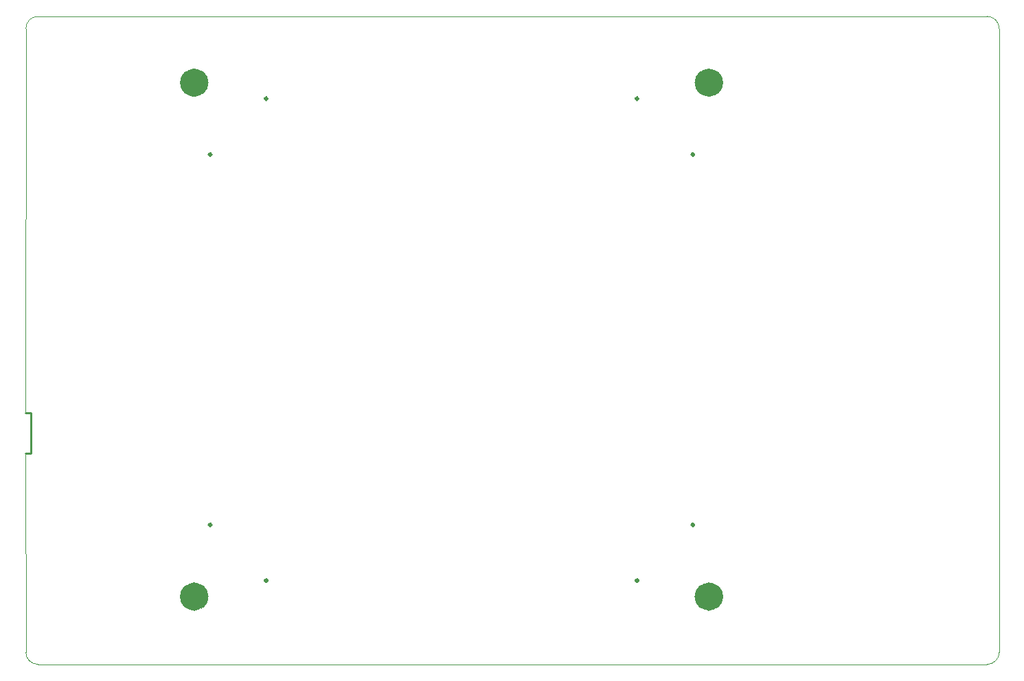
<source format=gbr>
%TF.GenerationSoftware,KiCad,Pcbnew,9.0.0*%
%TF.CreationDate,2025-05-16T22:45:05-04:00*%
%TF.ProjectId,REV.C,5245562e-432e-46b6-9963-61645f706362,0.1*%
%TF.SameCoordinates,Original*%
%TF.FileFunction,Profile,NP*%
%FSLAX46Y46*%
G04 Gerber Fmt 4.6, Leading zero omitted, Abs format (unit mm)*
G04 Created by KiCad (PCBNEW 9.0.0) date 2025-05-16 22:45:05*
%MOMM*%
%LPD*%
G01*
G04 APERTURE LIST*
%TA.AperFunction,Profile*%
%ADD10C,0.254000*%
%TD*%
%TA.AperFunction,Profile*%
%ADD11C,0.100000*%
%TD*%
%TA.AperFunction,Profile*%
%ADD12C,0.050000*%
%TD*%
%TA.AperFunction,Profile*%
%ADD13C,1.750000*%
%TD*%
%TA.AperFunction,Profile*%
%ADD14C,0.300000*%
%TD*%
G04 APERTURE END LIST*
D10*
X96350000Y-112760000D02*
X95650000Y-112760000D01*
X96350000Y-107740000D02*
X96350000Y-112760000D01*
X95650000Y-107740000D02*
X96350000Y-107740000D01*
D11*
X97200660Y-138799340D02*
X214199340Y-138799340D01*
X215699340Y-137299340D02*
G75*
G02*
X214199340Y-138799340I-1500040J40D01*
G01*
X215699340Y-60300660D02*
X215700000Y-137300000D01*
X95700000Y-60300000D02*
G75*
G02*
X97200000Y-58800000I1500000J0D01*
G01*
X97200000Y-58800000D02*
X214199340Y-58800660D01*
D12*
X95700660Y-137299300D02*
X95650000Y-112760000D01*
D11*
X97200660Y-138799340D02*
G75*
G02*
X95700660Y-137299340I40J1500040D01*
G01*
X95650000Y-107740000D02*
X95700000Y-60300000D01*
X214199340Y-58800660D02*
G75*
G02*
X215699340Y-60300660I-40J-1500040D01*
G01*
%TO.C,U1*%
D13*
X117333600Y-66983640D02*
G75*
G02*
X115583600Y-66983640I-875000J0D01*
G01*
X115583600Y-66983640D02*
G75*
G02*
X117333600Y-66983640I875000J0D01*
G01*
X117333600Y-130433600D02*
G75*
G02*
X115583600Y-130433600I-875000J0D01*
G01*
X115583600Y-130433600D02*
G75*
G02*
X117333600Y-130433600I875000J0D01*
G01*
D14*
X118577000Y-75858450D02*
G75*
G02*
X118277000Y-75858450I-150000J0D01*
G01*
X118277000Y-75858450D02*
G75*
G02*
X118577000Y-75858450I150000J0D01*
G01*
X118577000Y-121578450D02*
G75*
G02*
X118277000Y-121578450I-150000J0D01*
G01*
X118277000Y-121578450D02*
G75*
G02*
X118577000Y-121578450I150000J0D01*
G01*
X125473450Y-68958490D02*
G75*
G02*
X125173450Y-68958490I-150000J0D01*
G01*
X125173450Y-68958490D02*
G75*
G02*
X125473450Y-68958490I150000J0D01*
G01*
X125473450Y-128458490D02*
G75*
G02*
X125173450Y-128458490I-150000J0D01*
G01*
X125173450Y-128458490D02*
G75*
G02*
X125473450Y-128458490I150000J0D01*
G01*
X171193450Y-68958490D02*
G75*
G02*
X170893450Y-68958490I-150000J0D01*
G01*
X170893450Y-68958490D02*
G75*
G02*
X171193450Y-68958490I150000J0D01*
G01*
X171193450Y-128458490D02*
G75*
G02*
X170893450Y-128458490I-150000J0D01*
G01*
X170893450Y-128458490D02*
G75*
G02*
X171193450Y-128458490I150000J0D01*
G01*
X178083460Y-75848490D02*
G75*
G02*
X177783460Y-75848490I-150000J0D01*
G01*
X177783460Y-75848490D02*
G75*
G02*
X178083460Y-75848490I150000J0D01*
G01*
X178083460Y-121568490D02*
G75*
G02*
X177783460Y-121568490I-150000J0D01*
G01*
X177783460Y-121568490D02*
G75*
G02*
X178083460Y-121568490I150000J0D01*
G01*
D13*
X180783560Y-66983640D02*
G75*
G02*
X179033560Y-66983640I-875000J0D01*
G01*
X179033560Y-66983640D02*
G75*
G02*
X180783560Y-66983640I875000J0D01*
G01*
X180783560Y-130433600D02*
G75*
G02*
X179033560Y-130433600I-875000J0D01*
G01*
X179033560Y-130433600D02*
G75*
G02*
X180783560Y-130433600I875000J0D01*
G01*
%TD*%
M02*

</source>
